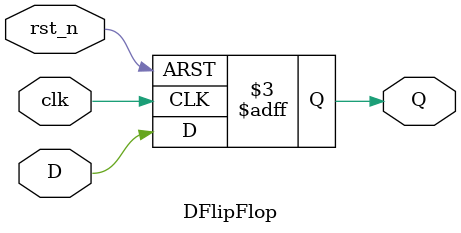
<source format=v>
module DFlipFlop(
	input D,
	output reg Q,
	input clk,
	input rst_n
);
always @(posedge clk or negedge rst_n) begin
	if (~rst_n)
	Q <= 1'b0;
	else
	Q <= D;
	end
endmodule
</source>
